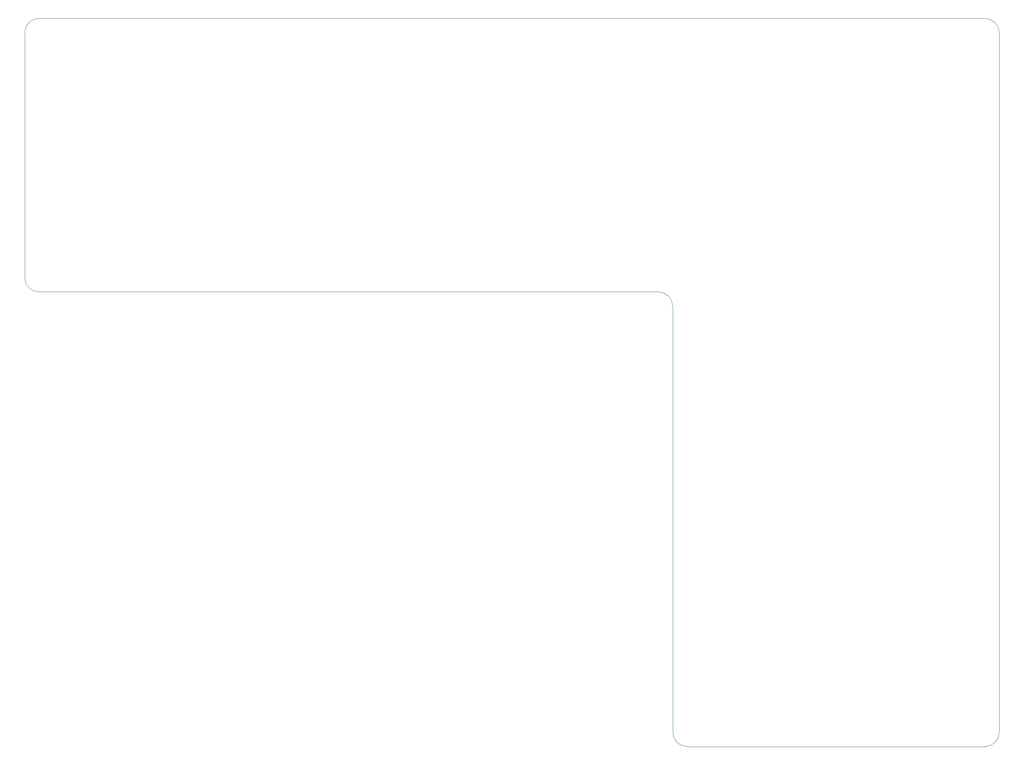
<source format=gbr>
%TF.GenerationSoftware,KiCad,Pcbnew,9.0.7*%
%TF.CreationDate,2026-02-17T10:47:16+01:00*%
%TF.ProjectId,PDNode_Baseboard,50444e6f-6465-45f4-9261-7365626f6172,rev?*%
%TF.SameCoordinates,Original*%
%TF.FileFunction,Profile,NP*%
%FSLAX46Y46*%
G04 Gerber Fmt 4.6, Leading zero omitted, Abs format (unit mm)*
G04 Created by KiCad (PCBNEW 9.0.7) date 2026-02-17 10:47:16*
%MOMM*%
%LPD*%
G01*
G04 APERTURE LIST*
%TA.AperFunction,Profile*%
%ADD10C,0.100000*%
%TD*%
G04 APERTURE END LIST*
D10*
X114000000Y-131000000D02*
X243000000Y-131000000D01*
X243000000Y-131000000D02*
G75*
G02*
X246000000Y-134000000I0J-3000000D01*
G01*
X111000000Y-77000000D02*
G75*
G02*
X114000000Y-74000000I3000000J0D01*
G01*
X114000000Y-131000000D02*
G75*
G02*
X111000000Y-128000000I0J3000000D01*
G01*
X246000000Y-134000000D02*
X246000000Y-222750000D01*
X311000000Y-74000000D02*
G75*
G02*
X314000000Y-77000000I0J-3000000D01*
G01*
X249000000Y-225750000D02*
X311000000Y-225750000D01*
X249000000Y-225750000D02*
G75*
G02*
X246000000Y-222750000I0J3000000D01*
G01*
X111000000Y-77000000D02*
X111000000Y-128000000D01*
X311000000Y-74000000D02*
X114000000Y-74000000D01*
X314000000Y-222750000D02*
X314000000Y-77000000D01*
X314000000Y-222750000D02*
G75*
G02*
X311000000Y-225750000I-3000000J0D01*
G01*
M02*

</source>
